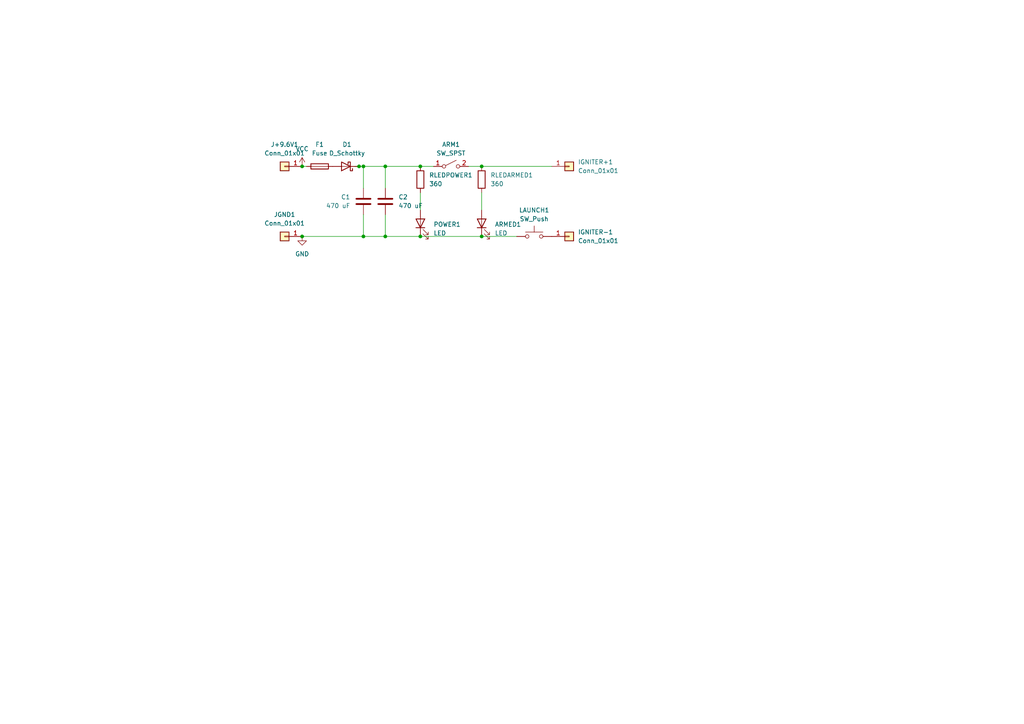
<source format=kicad_sch>
(kicad_sch (version 20211123) (generator eeschema)
  (paper "A4")
  (lib_symbols
    (symbol "Connector_Generic:Conn_01x01" (pin_names (offset 1.016) hide)
      (property "Reference" "J" (at 0 2.54 0))
      (property "Value" "Conn_01x01" (at 0 -2.54 0))
      (symbol "Conn_01x01_1_1"
        (rectangle (start -1.27 0.127) (end 0 -0.127) (stroke (width 0.1524)))
        (rectangle (start -1.27 1.27) (end 1.27 -1.27) (stroke (width 0.254)) (fill (type background)))
        (pin passive line (at -5.08 0 0) (length 3.81) (name "Pin_1") (number "1"))
      )
    )
    (symbol "Device:C" (pin_numbers hide) (pin_names (offset 0.254))
      (property "Reference" "C" (at 0.635 2.54 0))
      (property "Value" "C" (at 0.635 -2.54 0))
      (symbol "C_0_1"
        (polyline (pts (xy -2.032 -0.762) (xy 2.032 -0.762)) (stroke (width 0.508)))
        (polyline (pts (xy -2.032 0.762) (xy 2.032 0.762)) (stroke (width 0.508)))
      )
      (symbol "C_1_1"
        (pin passive line (at 0 3.81 270) (length 2.794) (name "~") (number "1"))
        (pin passive line (at 0 -3.81 90) (length 2.794) (name "~") (number "2"))
      )
    )
    (symbol "Device:D_Schottky" (pin_numbers hide) (pin_names (offset 1.016) hide)
      (property "Reference" "D" (at 0 2.54 0))
      (property "Value" "D_Schottky" (at 0 -2.54 0))
      (symbol "D_Schottky_0_1"
        (polyline (pts (xy 1.27 0) (xy -1.27 0)))
        (polyline (pts (xy 1.27 1.27) (xy 1.27 -1.27) (xy -1.27 0) (xy 1.27 1.27)) (stroke (width 0.254)))
        (polyline (pts (xy -1.905 0.635) (xy -1.905 1.27) (xy -1.27 1.27) (xy -1.27 -1.27) (xy -0.635 -1.27) (xy -0.635 -0.635)) (stroke (width 0.254)))
      )
      (symbol "D_Schottky_1_1"
        (pin passive line (at -3.81 0 0) (length 2.54) (name "K") (number "1"))
        (pin passive line (at 3.81 0 180) (length 2.54) (name "A") (number "2"))
      )
    )
    (symbol "Device:Fuse" (pin_numbers hide) (pin_names (offset 0))
      (property "Reference" "F" (at 2.032 0 90))
      (property "Value" "Fuse" (at -1.905 0 90))
      (symbol "Fuse_0_1"
        (rectangle (start -0.762 -2.54) (end 0.762 2.54) (stroke (width 0.254)))
        (polyline (pts (xy 0 2.54) (xy 0 -2.54)))
      )
      (symbol "Fuse_1_1"
        (pin passive line (at 0 3.81 270) (length 1.27) (name "~") (number "1"))
        (pin passive line (at 0 -3.81 90) (length 1.27) (name "~") (number "2"))
      )
    )
    (symbol "Device:LED" (pin_numbers hide) (pin_names (offset 1.016) hide)
      (property "Reference" "D" (at 0 2.54 0))
      (property "Value" "LED" (at 0 -2.54 0))
      (symbol "LED_0_1"
        (polyline (pts (xy -1.27 -1.27) (xy -1.27 1.27)) (stroke (width 0.254)))
        (polyline (pts (xy -1.27 0) (xy 1.27 0)))
        (polyline (pts (xy 1.27 -1.27) (xy 1.27 1.27) (xy -1.27 0) (xy 1.27 -1.27)) (stroke (width 0.254)))
        (polyline (pts (xy -3.048 -0.762) (xy -4.572 -2.286) (xy -3.81 -2.286) (xy -4.572 -2.286) (xy -4.572 -1.524)))
        (polyline (pts (xy -1.778 -0.762) (xy -3.302 -2.286) (xy -2.54 -2.286) (xy -3.302 -2.286) (xy -3.302 -1.524)))
      )
      (symbol "LED_1_1"
        (pin passive line (at -3.81 0 0) (length 2.54) (name "K") (number "1"))
        (pin passive line (at 3.81 0 180) (length 2.54) (name "A") (number "2"))
      )
    )
    (symbol "Device:R" (pin_numbers hide) (pin_names (offset 0))
      (property "Reference" "R" (at 2.032 0 90))
      (property "Value" "R" (at 0 0 90))
      (symbol "R_0_1"
        (rectangle (start -1.016 -2.54) (end 1.016 2.54) (stroke (width 0.254)))
      )
      (symbol "R_1_1"
        (pin passive line (at 0 3.81 270) (length 1.27) (name "~") (number "1"))
        (pin passive line (at 0 -3.81 90) (length 1.27) (name "~") (number "2"))
      )
    )
    (symbol "Switch:SW_Push" (pin_numbers hide) (pin_names (offset 1.016) hide)
      (property "Reference" "SW" (at 1.27 2.54 0))
      (property "Value" "SW_Push" (at 0 -1.524 0))
      (symbol "SW_Push_0_1"
        (circle (center -2.032 0) (radius 0.508))
        (polyline (pts (xy 0 1.27) (xy 0 3.048)))
        (polyline (pts (xy 2.54 1.27) (xy -2.54 1.27)))
        (circle (center 2.032 0) (radius 0.508))
        (pin passive line (at -5.08 0 0) (length 2.54) (name "1") (number "1"))
        (pin passive line (at 5.08 0 180) (length 2.54) (name "2") (number "2"))
      )
    )
    (symbol "Switch:SW_SPST" (pin_names (offset 0) hide)
      (property "Reference" "SW" (at 0 3.175 0))
      (property "Value" "SW_SPST" (at 0 -2.54 0))
      (symbol "SW_SPST_0_0"
        (circle (center -2.032 0) (radius 0.508))
        (polyline (pts (xy -1.524 0.254) (xy 1.524 1.778)))
        (circle (center 2.032 0) (radius 0.508))
      )
      (symbol "SW_SPST_1_1"
        (pin passive line (at -5.08 0 0) (length 2.54) (name "A") (number "1"))
        (pin passive line (at 5.08 0 180) (length 2.54) (name "B") (number "2"))
      )
    )
    (symbol "power:GND" (power) (pin_names (offset 0))
      (property "Value" "GND" (at 0 -3.81 0))
      (symbol "GND_0_1"
        (polyline (pts (xy 0 0) (xy 0 -1.27) (xy 1.27 -1.27) (xy 0 -2.54) (xy -1.27 -1.27) (xy 0 -1.27)))
      )
      (symbol "GND_1_1"
        (pin power_in line (at 0 0 270) (length 0) hide (name "GND") (number "1"))
      )
    )
    (symbol "power:VCC" (power) (pin_names (offset 0))
      (property "Value" "VCC" (at 0 3.81 0))
      (symbol "VCC_0_1"
        (polyline (pts (xy -0.762 1.27) (xy 0 2.54)))
        (polyline (pts (xy 0 0) (xy 0 2.54)))
        (polyline (pts (xy 0 2.54) (xy 0.762 1.27)))
      )
      (symbol "VCC_1_1"
        (pin power_in line (at 0 0 90) (length 0) hide (name "VCC") (number "1"))
      )
    )
  )
  (junction (at 121.92 68.58))
  (junction (at 111.76 48.26))
  (junction (at 104.14 48.26))
  (junction (at 87.63 48.26))
  (junction (at 139.7 68.58))
  (junction (at 87.63 68.58))
  (junction (at 121.92 48.26))
  (junction (at 139.7 48.26))
  (junction (at 111.76 68.58))
  (junction (at 105.41 48.26))
  (junction (at 105.41 68.58))
  (wire (pts (xy 104.14 48.26) (xy 105.41 48.26)))
  (wire (pts (xy 121.92 55.88) (xy 121.92 60.96)))
  (wire (pts (xy 111.76 68.58) (xy 121.92 68.58)))
  (wire (pts (xy 111.76 48.26) (xy 121.92 48.26)))
  (wire (pts (xy 111.76 48.26) (xy 111.76 54.61)))
  (wire (pts (xy 105.41 62.23) (xy 105.41 68.58)))
  (wire (pts (xy 139.7 55.88) (xy 139.7 60.96)))
  (wire (pts (xy 139.7 68.58) (xy 149.86 68.58)))
  (wire (pts (xy 111.76 62.23) (xy 111.76 68.58)))
  (wire (pts (xy 105.41 68.58) (xy 111.76 68.58)))
  (wire (pts (xy 125.73 48.26) (xy 121.92 48.26)))
  (wire (pts (xy 139.7 48.26) (xy 160.02 48.26)))
  (wire (pts (xy 121.92 68.58) (xy 139.7 68.58)))
  (wire (pts (xy 105.41 48.26) (xy 111.76 48.26)))
  (wire (pts (xy 87.63 68.58) (xy 105.41 68.58)))
  (wire (pts (xy 102.87 48.26) (xy 104.14 48.26)))
  (wire (pts (xy 105.41 54.61) (xy 105.41 48.26)))
  (wire (pts (xy 135.89 48.26) (xy 139.7 48.26)))
  (wire (pts (xy 88.9 48.26) (xy 87.63 48.26)))
  (symbol (lib_id "Device:C") (at 105.41 58.42 0) (unit 1)
    (property "Reference" "C1" (at 101.6 57.1499 0) (effects (justify right)))
    (property "Value" "470 uF" (at 101.6 59.6899 0) (effects (justify right)))
    (property "Footprint" "Capacitor_THT:CP_Radial_D10.0mm_P5.00mm" (effects hide))
  )
  (symbol (lib_id "power:GND") (at 87.63 68.58 0) (unit 1)
    (property "Reference" "#PWR0101" (effects hide))
    (property "Value" "GND" (at 87.63 73.66 0))
  )
  (symbol (lib_id "Connector_Generic:Conn_01x01") (at 165.1 68.58 0) (unit 1)
    (property "Reference" "IGNITER-1" (at 167.64 67.3099 0) (effects (justify left)))
    (property "Value" "Conn_01x01" (at 167.64 69.8499 0) (effects (justify left)))
    (property "Footprint" "Connector_Wire:SolderWire-1.5sqmm_1x01_D1.7mm_OD3.9mm" (effects hide))
  )
  (symbol (lib_id "Device:Fuse") (at 92.71 48.26 270) (unit 1)
    (property "Reference" "F1" (at 92.71 41.91 90))
    (property "Value" "Fuse" (at 92.71 44.45 90))
    (property "Footprint" "Fuse:Fuseholder_Cylinder-5x20mm_Bulgin_FX0457_Horizontal_Closed" (effects hide))
  )
  (symbol (lib_id "Device:D_Schottky") (at 100.33 48.26 180) (unit 1)
    (property "Reference" "D1" (at 100.6475 41.91 0))
    (property "Value" "D_Schottky" (at 100.6475 44.45 0))
    (property "Footprint" "Diode_THT:D_DO-201AD_P15.24mm_Horizontal" (effects hide))
  )
  (symbol (lib_id "Device:C") (at 111.76 58.42 0) (unit 1)
    (property "Reference" "C2" (at 115.57 57.1499 0) (effects (justify left)))
    (property "Value" "470 uF" (at 115.57 59.6899 0) (effects (justify left)))
    (property "Footprint" "Capacitor_THT:CP_Radial_D10.0mm_P5.00mm" (effects hide))
  )
  (symbol (lib_id "Device:R") (at 139.7 52.07 0) (unit 1)
    (property "Reference" "RLEDARMED1" (at 142.24 50.7999 0) (effects (justify left)))
    (property "Value" "360" (at 142.24 53.3399 0) (effects (justify left)))
    (property "Footprint" "Resistor_THT:R_Axial_DIN0207_L6.3mm_D2.5mm_P10.16mm_Horizontal" (effects hide))
  )
  (symbol (lib_id "Switch:SW_SPST") (at 130.81 48.26 0) (unit 1)
    (property "Reference" "ARM1" (at 130.81 41.91 0))
    (property "Value" "SW_SPST" (at 130.81 44.45 0))
    (property "Footprint" "Connector_PinHeader_2.54mm:PinHeader_1x02_P2.54mm_Vertical" (effects hide))
  )
  (symbol (lib_id "Connector_Generic:Conn_01x01") (at 82.55 68.58 180) (unit 1)
    (property "Reference" "JGND1" (at 82.55 62.23 0))
    (property "Value" "Conn_01x01" (at 82.55 64.77 0))
    (property "Footprint" "Connector_Wire:SolderWire-1.5sqmm_1x01_D1.7mm_OD3.9mm" (effects hide))
  )
  (symbol (lib_id "Connector_Generic:Conn_01x01") (at 82.55 48.26 180) (unit 1)
    (property "Reference" "J+9.6V1" (at 82.55 41.91 0))
    (property "Value" "Conn_01x01" (at 82.55 44.45 0))
    (property "Footprint" "Connector_Wire:SolderWire-1.5sqmm_1x01_D1.7mm_OD3.9mm" (effects hide))
  )
  (symbol (lib_id "Connector_Generic:Conn_01x01") (at 165.1 48.26 0) (unit 1)
    (property "Reference" "IGNITER+1" (at 167.64 46.9899 0) (effects (justify left)))
    (property "Value" "Conn_01x01" (at 167.64 49.5299 0) (effects (justify left)))
    (property "Footprint" "Connector_Wire:SolderWire-1.5sqmm_1x01_D1.7mm_OD3.9mm" (effects hide))
  )
  (symbol (lib_id "Device:R") (at 121.92 52.07 0) (unit 1)
    (property "Reference" "RLEDPOWER1" (at 124.46 50.7999 0) (effects (justify left)))
    (property "Value" "360" (at 124.46 53.3399 0) (effects (justify left)))
    (property "Footprint" "Resistor_THT:R_Axial_DIN0207_L6.3mm_D2.5mm_P10.16mm_Horizontal" (effects hide))
  )
  (symbol (lib_id "Device:LED") (at 121.92 64.77 90) (unit 1)
    (property "Reference" "POWER1" (at 125.73 65.0874 90) (effects (justify right)))
    (property "Value" "LED" (at 125.73 67.6274 90) (effects (justify right)))
    (property "Footprint" "Connector_PinHeader_2.54mm:PinHeader_1x02_P2.54mm_Vertical" (effects hide))
  )
  (symbol (lib_id "Device:LED") (at 139.7 64.77 90) (unit 1)
    (property "Reference" "ARMED1" (at 143.51 65.0874 90) (effects (justify right)))
    (property "Value" "LED" (at 143.51 67.6274 90) (effects (justify right)))
    (property "Footprint" "Connector_PinHeader_2.54mm:PinHeader_1x02_P2.54mm_Vertical" (effects hide))
  )
  (symbol (lib_id "power:VCC") (at 87.63 48.26 0) (unit 1)
    (property "Reference" "#PWR0102" (effects hide))
    (property "Value" "VCC" (at 87.63 43.18 0))
  )
  (symbol (lib_id "Switch:SW_Push") (at 154.94 68.58 0) (unit 1)
    (property "Reference" "LAUNCH1" (at 154.94 60.96 0))
    (property "Value" "SW_Push" (at 154.94 63.5 0))
    (property "Footprint" "Connector_PinHeader_2.54mm:PinHeader_1x02_P2.54mm_Vertical" (effects hide))
  )
)
</source>
